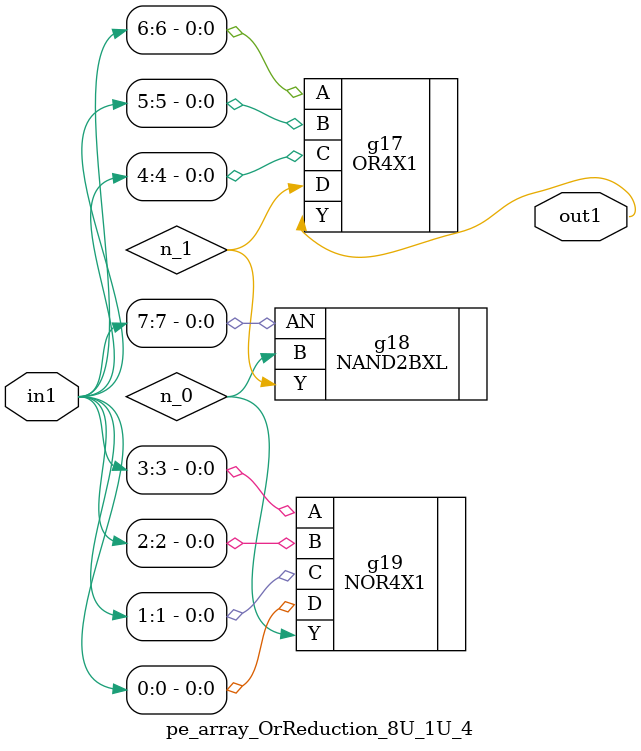
<source format=v>
`timescale 1ps / 1ps


module pe_array_OrReduction_8U_1U_4(in1, out1);
  input [7:0] in1;
  output out1;
  wire [7:0] in1;
  wire out1;
  wire n_0, n_1;
  OR4X1 g17(.A (in1[6]), .B (in1[5]), .C (in1[4]), .D (n_1), .Y (out1));
  NAND2BXL g18(.AN (in1[7]), .B (n_0), .Y (n_1));
  NOR4X1 g19(.A (in1[3]), .B (in1[2]), .C (in1[1]), .D (in1[0]), .Y
       (n_0));
endmodule


</source>
